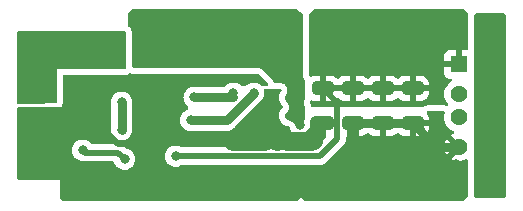
<source format=gbr>
%TF.GenerationSoftware,KiCad,Pcbnew,7.0.1*%
%TF.CreationDate,2023-04-26T12:17:49+02:00*%
%TF.ProjectId,L5988D_RPI_POWER_SUPPLY,4c353938-3844-45f5-9250-495f504f5745,rev?*%
%TF.SameCoordinates,Original*%
%TF.FileFunction,Copper,L2,Bot*%
%TF.FilePolarity,Positive*%
%FSLAX46Y46*%
G04 Gerber Fmt 4.6, Leading zero omitted, Abs format (unit mm)*
G04 Created by KiCad (PCBNEW 7.0.1) date 2023-04-26 12:17:49*
%MOMM*%
%LPD*%
G01*
G04 APERTURE LIST*
G04 Aperture macros list*
%AMRoundRect*
0 Rectangle with rounded corners*
0 $1 Rounding radius*
0 $2 $3 $4 $5 $6 $7 $8 $9 X,Y pos of 4 corners*
0 Add a 4 corners polygon primitive as box body*
4,1,4,$2,$3,$4,$5,$6,$7,$8,$9,$2,$3,0*
0 Add four circle primitives for the rounded corners*
1,1,$1+$1,$2,$3*
1,1,$1+$1,$4,$5*
1,1,$1+$1,$6,$7*
1,1,$1+$1,$8,$9*
0 Add four rect primitives between the rounded corners*
20,1,$1+$1,$2,$3,$4,$5,0*
20,1,$1+$1,$4,$5,$6,$7,0*
20,1,$1+$1,$6,$7,$8,$9,0*
20,1,$1+$1,$8,$9,$2,$3,0*%
G04 Aperture macros list end*
%TA.AperFunction,SMDPad,CuDef*%
%ADD10RoundRect,0.250000X-0.650000X0.325000X-0.650000X-0.325000X0.650000X-0.325000X0.650000X0.325000X0*%
%TD*%
%TA.AperFunction,ComponentPad*%
%ADD11C,2.300000*%
%TD*%
%TA.AperFunction,ComponentPad*%
%ADD12R,1.428000X1.428000*%
%TD*%
%TA.AperFunction,ComponentPad*%
%ADD13C,1.428000*%
%TD*%
%TA.AperFunction,ViaPad*%
%ADD14C,0.800000*%
%TD*%
%TA.AperFunction,Conductor*%
%ADD15C,0.800000*%
%TD*%
%TA.AperFunction,Conductor*%
%ADD16C,1.000000*%
%TD*%
%TA.AperFunction,Conductor*%
%ADD17C,0.500000*%
%TD*%
%TA.AperFunction,Conductor*%
%ADD18C,0.250000*%
%TD*%
%TA.AperFunction,Conductor*%
%ADD19C,1.600000*%
%TD*%
%TA.AperFunction,Conductor*%
%ADD20C,1.800000*%
%TD*%
G04 APERTURE END LIST*
D10*
%TO.P,Cout4,1*%
%TO.N,/Vout*%
X180644800Y-82648000D03*
%TO.P,Cout4,2*%
%TO.N,GNDPWR*%
X180644800Y-85598000D03*
%TD*%
%TO.P,Cout2,1*%
%TO.N,/Vout*%
X175564800Y-82648000D03*
%TO.P,Cout2,2*%
%TO.N,GNDPWR*%
X175564800Y-85598000D03*
%TD*%
D11*
%TO.P,P1,*%
%TO.N,GNDPWR*%
X187248800Y-77538000D03*
X187248800Y-90678000D03*
D12*
%TO.P,P1,1,VBUS*%
%TO.N,/Vout*%
X184538800Y-80608000D03*
D13*
%TO.P,P1,2,D-*%
%TO.N,unconnected-(P1-D--Pad2)*%
X184538800Y-83108000D03*
%TO.P,P1,3,D+*%
%TO.N,unconnected-(P1-D+-Pad3)*%
X184538800Y-85108000D03*
%TO.P,P1,4,GND*%
%TO.N,GNDPWR*%
X184538800Y-87608000D03*
%TD*%
D10*
%TO.P,Cout1,1*%
%TO.N,/Vout*%
X173024800Y-82648000D03*
%TO.P,Cout1,2*%
%TO.N,GNDPWR*%
X173024800Y-85598000D03*
%TD*%
%TO.P,Cout3,1*%
%TO.N,/Vout*%
X178104800Y-82648000D03*
%TO.P,Cout3,2*%
%TO.N,GNDPWR*%
X178104800Y-85598000D03*
%TD*%
D14*
%TO.N,/COMP*%
X156006800Y-83820000D03*
X156006800Y-86156800D03*
%TO.N,/Vbat*%
X151384000Y-79959200D03*
X155803600Y-78587600D03*
X155803600Y-79959200D03*
X153009600Y-79959200D03*
X154482800Y-78536800D03*
X153009600Y-78536800D03*
X151384000Y-78486000D03*
X154482800Y-79959200D03*
%TO.N,GNDPWR*%
X175437800Y-89916000D03*
X161036000Y-84175600D03*
X160528000Y-85191600D03*
X172770800Y-89789000D03*
X181787800Y-89027000D03*
X180517800Y-89916000D03*
X159054800Y-85725000D03*
X161086800Y-81940400D03*
X159969200Y-81991200D03*
X181787800Y-90424000D03*
X179247800Y-89027000D03*
X177977800Y-91440000D03*
X177977800Y-89916000D03*
X168833800Y-86233000D03*
X163372800Y-82042000D03*
X153525300Y-84836000D03*
X175437800Y-91440000D03*
X183057800Y-89916000D03*
X151180800Y-85750400D03*
X151180800Y-87071200D03*
X183057800Y-91440000D03*
X168833800Y-83439000D03*
X184327800Y-89027000D03*
X174040800Y-88900000D03*
X184327800Y-90424000D03*
X151180800Y-84455000D03*
X172364400Y-87426800D03*
X172770800Y-91313000D03*
X158800800Y-86868000D03*
X175437800Y-87884000D03*
X159867600Y-84124800D03*
X168833800Y-84734400D03*
X180517800Y-91440000D03*
X176707800Y-89027000D03*
X160782000Y-83007200D03*
X159715200Y-83007200D03*
X176707800Y-90424000D03*
X151180800Y-88392000D03*
X174040800Y-90297000D03*
X179247800Y-90424000D03*
X165404800Y-86995000D03*
X151180800Y-89662000D03*
%TO.N,/Vout*%
X182803800Y-79121000D03*
X172516800Y-77470000D03*
X178993800Y-78105000D03*
X177723800Y-79121000D03*
X176453800Y-76708000D03*
X175183800Y-79121000D03*
X181533800Y-78105000D03*
X173786800Y-77978000D03*
X176453800Y-78105000D03*
X182803800Y-77597000D03*
X173786800Y-76581000D03*
X180263800Y-77597000D03*
X178993800Y-76708000D03*
X184073800Y-78105000D03*
X172516800Y-78994000D03*
X177723800Y-77597000D03*
X175183800Y-77597000D03*
X180263800Y-79121000D03*
X181533800Y-76708000D03*
X160578800Y-88392000D03*
%TO.N,/FB*%
X156260800Y-88646000D03*
X152704800Y-87884000D03*
%TO.N,Net-(J2-Pin_1)*%
X165460800Y-83058000D03*
X162154801Y-83410102D03*
%TO.N,/OUT*%
X159689800Y-80518000D03*
X171119800Y-85725000D03*
X161213800Y-80518000D03*
X158165800Y-80518000D03*
X161975800Y-79756000D03*
X170230800Y-84963000D03*
X170230800Y-83439000D03*
X160451800Y-79756000D03*
X170230800Y-81915000D03*
X162737800Y-80518000D03*
X171119800Y-84201000D03*
X157403800Y-79756000D03*
X158927800Y-79756000D03*
X171119800Y-82677000D03*
X163499800Y-79756000D03*
%TO.N,Net-(U1-U{slash}O{slash}S)*%
X161848800Y-85344000D03*
X167182800Y-83058000D03*
%TD*%
D15*
%TO.N,/COMP*%
X156006800Y-83820000D02*
X156006800Y-86156800D01*
%TO.N,GNDPWR*%
X180644800Y-85598000D02*
X178104800Y-85598000D01*
X172364400Y-87426800D02*
X172618400Y-87172800D01*
D16*
X173024800Y-85598000D02*
X171627800Y-86995000D01*
D15*
X178104800Y-85598000D02*
X175564800Y-85598000D01*
D17*
X158329800Y-87339000D02*
X158800800Y-86868000D01*
D16*
X172466000Y-87299800D02*
X172466000Y-85521800D01*
D18*
X175564800Y-87757000D02*
X175437800Y-87884000D01*
D17*
X155706495Y-87339000D02*
X158329800Y-87339000D01*
D19*
X172008800Y-87071200D02*
X171955000Y-87125000D01*
X170030600Y-87125000D02*
X169976800Y-87071200D01*
D16*
X175564800Y-85598000D02*
X175564800Y-87757000D01*
D20*
X169138600Y-87045800D02*
X168376600Y-86283800D01*
X168757600Y-86233000D02*
X167995600Y-86995000D01*
D18*
X153525300Y-84836000D02*
X153525300Y-85157805D01*
D17*
X153525300Y-85157805D02*
X155706495Y-87339000D01*
D15*
X182654800Y-87608000D02*
X180644800Y-85598000D01*
X184538800Y-87608000D02*
X182654800Y-87608000D01*
D19*
X171955000Y-87125000D02*
X170030600Y-87125000D01*
D20*
X168071800Y-86995000D02*
X165404800Y-86995000D01*
D17*
%TO.N,/Vout*%
X174249800Y-83873000D02*
X173024800Y-82648000D01*
X172770800Y-88392000D02*
X174249800Y-86913000D01*
X160578800Y-88392000D02*
X172770800Y-88392000D01*
X174249800Y-86913000D02*
X174249800Y-83873000D01*
%TO.N,/FB*%
X152908000Y-88087200D02*
X155702000Y-88087200D01*
X152704800Y-87884000D02*
X152908000Y-88087200D01*
X155702000Y-88087200D02*
X156260800Y-88646000D01*
D18*
%TO.N,Net-(J2-Pin_1)*%
X165460800Y-83058000D02*
X165460800Y-83383000D01*
D15*
X165433698Y-83410102D02*
X162154801Y-83410102D01*
D18*
X165460800Y-83383000D02*
X165433698Y-83410102D01*
D15*
%TO.N,Net-(U1-U{slash}O{slash}S)*%
X167182800Y-83058000D02*
X164896800Y-85344000D01*
X164896800Y-85344000D02*
X161848800Y-85344000D01*
%TD*%
%TA.AperFunction,Conductor*%
%TO.N,GNDPWR*%
G36*
X151688800Y-90373200D02*
G01*
X147291600Y-90373200D01*
X147229600Y-90356587D01*
X147184213Y-90311200D01*
X147167600Y-90249200D01*
X147167600Y-84350400D01*
X147184213Y-84288400D01*
X147229600Y-84243013D01*
X147291600Y-84226400D01*
X150799800Y-84226400D01*
X151638000Y-84226400D01*
X151688800Y-90373200D01*
G37*
%TD.AperFunction*%
%TD*%
%TA.AperFunction,Conductor*%
%TO.N,/Vbat*%
G36*
X156300400Y-77791413D02*
G01*
X156345787Y-77836800D01*
X156362400Y-77898800D01*
X156362400Y-80902000D01*
X156345787Y-80964000D01*
X156300400Y-81009387D01*
X156238400Y-81026000D01*
X150520400Y-81026000D01*
X150520400Y-83799464D01*
X150504099Y-83860921D01*
X150459481Y-83906219D01*
X150398279Y-83923450D01*
X148682468Y-83949447D01*
X147293478Y-83970492D01*
X147230688Y-83954515D01*
X147184527Y-83909049D01*
X147167600Y-83846507D01*
X147167600Y-77898800D01*
X147184213Y-77836800D01*
X147229600Y-77791413D01*
X147291600Y-77774800D01*
X156238400Y-77774800D01*
X156300400Y-77791413D01*
G37*
%TD.AperFunction*%
%TD*%
%TA.AperFunction,Conductor*%
%TO.N,GNDPWR*%
G36*
X188456800Y-76318213D02*
G01*
X188502187Y-76363600D01*
X188518800Y-76425600D01*
X188518800Y-91773200D01*
X188502187Y-91835200D01*
X188456800Y-91880587D01*
X188394800Y-91897200D01*
X186001200Y-91897200D01*
X185939200Y-91880587D01*
X185893813Y-91835200D01*
X185877200Y-91773200D01*
X185877200Y-76425600D01*
X185893813Y-76363600D01*
X185939200Y-76318213D01*
X186001200Y-76301600D01*
X188394800Y-76301600D01*
X188456800Y-76318213D01*
G37*
%TD.AperFunction*%
%TD*%
%TA.AperFunction,Conductor*%
%TO.N,GNDPWR*%
G36*
X169481792Y-82689932D02*
G01*
X169525427Y-82726030D01*
X169548461Y-82777765D01*
X169546089Y-82834347D01*
X169518806Y-82883973D01*
X169498266Y-82906784D01*
X169403620Y-83070715D01*
X169345126Y-83250742D01*
X169334706Y-83349888D01*
X169325340Y-83439000D01*
X169327263Y-83457294D01*
X169345126Y-83627257D01*
X169403620Y-83807284D01*
X169498266Y-83971216D01*
X169630457Y-84118028D01*
X169658624Y-84171002D01*
X169658624Y-84230998D01*
X169630457Y-84283972D01*
X169498266Y-84430783D01*
X169403620Y-84594715D01*
X169345126Y-84774742D01*
X169325340Y-84963000D01*
X169345126Y-85151257D01*
X169403620Y-85331284D01*
X169498266Y-85495216D01*
X169624929Y-85635889D01*
X169778069Y-85747151D01*
X169950997Y-85824144D01*
X170148902Y-85866210D01*
X170148543Y-85867894D01*
X170178303Y-85874220D01*
X170220018Y-85904528D01*
X170245799Y-85949182D01*
X170292620Y-86093284D01*
X170387266Y-86257216D01*
X170513929Y-86397889D01*
X170667069Y-86509151D01*
X170839997Y-86586144D01*
X171025152Y-86625500D01*
X171025154Y-86625500D01*
X171196000Y-86625500D01*
X171196000Y-87641500D01*
X161118137Y-87641500D01*
X161079818Y-87635431D01*
X161045250Y-87617817D01*
X161031528Y-87607847D01*
X160858602Y-87530855D01*
X160673448Y-87491500D01*
X160673446Y-87491500D01*
X160484154Y-87491500D01*
X160484152Y-87491500D01*
X160298997Y-87530855D01*
X160126069Y-87607848D01*
X159972929Y-87719110D01*
X159846266Y-87859783D01*
X159751620Y-88023715D01*
X159693126Y-88203742D01*
X159673340Y-88391999D01*
X159693126Y-88580257D01*
X159751620Y-88760284D01*
X159846266Y-88924216D01*
X159972929Y-89064889D01*
X160126069Y-89176151D01*
X160298997Y-89253144D01*
X160484152Y-89292500D01*
X160484154Y-89292500D01*
X160673446Y-89292500D01*
X160673448Y-89292500D01*
X160796884Y-89266262D01*
X160858603Y-89253144D01*
X161031530Y-89176151D01*
X161045249Y-89166183D01*
X161079818Y-89148569D01*
X161118137Y-89142500D01*
X171196000Y-89142500D01*
X171196000Y-91795600D01*
X171231559Y-91836239D01*
X171231559Y-91836240D01*
X170902119Y-92165681D01*
X170861891Y-92192561D01*
X170814438Y-92202000D01*
X151105162Y-92202000D01*
X151057709Y-92192561D01*
X151017481Y-92165681D01*
X150836119Y-91984319D01*
X150809239Y-91944091D01*
X150799800Y-91896638D01*
X150799800Y-90373200D01*
X151688800Y-90373200D01*
X151668228Y-87884000D01*
X151799340Y-87884000D01*
X151819126Y-88072257D01*
X151877620Y-88252284D01*
X151972266Y-88416216D01*
X152098929Y-88556889D01*
X152252069Y-88668151D01*
X152424997Y-88745144D01*
X152610154Y-88784500D01*
X152610155Y-88784500D01*
X152618896Y-88786358D01*
X152648765Y-88796837D01*
X152649567Y-88797240D01*
X152649570Y-88797240D01*
X152650704Y-88797810D01*
X152669085Y-88804198D01*
X152670321Y-88804453D01*
X152670327Y-88804456D01*
X152743862Y-88819639D01*
X152747209Y-88820381D01*
X152820279Y-88837700D01*
X152820281Y-88837700D01*
X152821505Y-88837990D01*
X152840876Y-88839969D01*
X152842140Y-88839932D01*
X152842144Y-88839933D01*
X152917110Y-88837752D01*
X152920716Y-88837700D01*
X155286154Y-88837700D01*
X155336589Y-88848420D01*
X155378304Y-88878728D01*
X155404085Y-88923382D01*
X155433620Y-89014284D01*
X155528266Y-89178216D01*
X155654929Y-89318889D01*
X155808069Y-89430151D01*
X155980997Y-89507144D01*
X156166152Y-89546500D01*
X156166154Y-89546500D01*
X156355446Y-89546500D01*
X156355448Y-89546500D01*
X156478884Y-89520262D01*
X156540603Y-89507144D01*
X156713530Y-89430151D01*
X156866671Y-89318888D01*
X156993333Y-89178216D01*
X157087979Y-89014284D01*
X157146474Y-88834256D01*
X157166260Y-88646000D01*
X157146474Y-88457744D01*
X157087979Y-88277716D01*
X157087979Y-88277715D01*
X156993333Y-88113783D01*
X156866670Y-87973110D01*
X156713530Y-87861848D01*
X156540602Y-87784855D01*
X156475470Y-87771011D01*
X156442083Y-87758694D01*
X156413570Y-87737402D01*
X156277725Y-87601557D01*
X156265946Y-87587926D01*
X156251610Y-87568670D01*
X156213667Y-87536831D01*
X156205691Y-87529523D01*
X156201782Y-87525614D01*
X156201777Y-87525609D01*
X156177423Y-87506352D01*
X156174647Y-87504090D01*
X156116251Y-87455090D01*
X156099821Y-87444622D01*
X156030691Y-87412386D01*
X156027447Y-87410815D01*
X155959306Y-87376594D01*
X155940903Y-87370197D01*
X155866211Y-87354774D01*
X155862692Y-87353994D01*
X155788490Y-87336408D01*
X155769121Y-87334429D01*
X155692869Y-87336648D01*
X155689263Y-87336700D01*
X153478959Y-87336700D01*
X153428523Y-87325980D01*
X153386809Y-87295672D01*
X153310670Y-87211110D01*
X153157530Y-87099848D01*
X152984602Y-87022855D01*
X152799448Y-86983500D01*
X152799446Y-86983500D01*
X152610154Y-86983500D01*
X152610152Y-86983500D01*
X152424997Y-87022855D01*
X152252069Y-87099848D01*
X152098929Y-87211110D01*
X151972266Y-87351783D01*
X151877620Y-87515715D01*
X151819126Y-87695742D01*
X151799340Y-87884000D01*
X151668228Y-87884000D01*
X151638420Y-84277200D01*
X155106300Y-84277200D01*
X155106300Y-86103108D01*
X155105621Y-86116069D01*
X155101340Y-86156800D01*
X155106300Y-86203992D01*
X155121126Y-86345057D01*
X155179620Y-86525084D01*
X155274266Y-86689016D01*
X155400929Y-86829689D01*
X155554069Y-86940951D01*
X155726997Y-87017944D01*
X155912152Y-87057300D01*
X155912154Y-87057300D01*
X156101446Y-87057300D01*
X156101448Y-87057300D01*
X156224884Y-87031062D01*
X156286603Y-87017944D01*
X156459530Y-86940951D01*
X156612671Y-86829688D01*
X156739333Y-86689016D01*
X156833979Y-86525084D01*
X156892474Y-86345056D01*
X156901582Y-86258400D01*
X162483800Y-86258400D01*
X162494933Y-86258400D01*
X162501609Y-86253939D01*
X162549062Y-86244500D01*
X164816174Y-86244500D01*
X164835571Y-86246026D01*
X164849412Y-86248219D01*
X164917136Y-86244670D01*
X164923626Y-86244500D01*
X164943996Y-86244500D01*
X164964248Y-86242371D01*
X164970706Y-86241862D01*
X165038446Y-86238313D01*
X165051993Y-86234682D01*
X165071109Y-86231139D01*
X165085056Y-86229674D01*
X165149586Y-86208706D01*
X165155751Y-86206880D01*
X165221288Y-86189320D01*
X165233774Y-86182956D01*
X165251753Y-86175509D01*
X165265084Y-86171179D01*
X165323851Y-86137248D01*
X165329477Y-86134193D01*
X165389949Y-86103383D01*
X165400842Y-86094560D01*
X165416874Y-86083542D01*
X165429016Y-86076533D01*
X165479439Y-86031131D01*
X165484321Y-86026961D01*
X165500180Y-86014119D01*
X165514601Y-85999696D01*
X165519272Y-85995264D01*
X165569688Y-85949871D01*
X165577929Y-85938526D01*
X165590560Y-85923737D01*
X167762537Y-83751760D01*
X167777326Y-83739129D01*
X167788671Y-83730888D01*
X167834064Y-83680472D01*
X167838496Y-83675801D01*
X167852919Y-83661380D01*
X167865761Y-83645521D01*
X167869935Y-83640635D01*
X167915333Y-83590216D01*
X167922342Y-83578074D01*
X167933360Y-83562042D01*
X167942183Y-83551149D01*
X167972993Y-83490677D01*
X167976048Y-83485051D01*
X168009979Y-83426284D01*
X168014309Y-83412956D01*
X168021760Y-83394968D01*
X168028120Y-83382488D01*
X168045682Y-83316937D01*
X168047503Y-83310794D01*
X168068474Y-83246256D01*
X168069939Y-83232305D01*
X168073483Y-83213186D01*
X168077112Y-83199646D01*
X168080662Y-83131901D01*
X168081165Y-83125497D01*
X168088260Y-83058000D01*
X168086795Y-83044064D01*
X168086285Y-83024607D01*
X168087019Y-83010612D01*
X168076408Y-82943621D01*
X168075566Y-82937230D01*
X168068474Y-82869744D01*
X168064140Y-82856405D01*
X168059598Y-82837482D01*
X168056892Y-82820391D01*
X168060023Y-82767337D01*
X168085078Y-82720466D01*
X168127454Y-82688390D01*
X168179366Y-82677000D01*
X169426657Y-82677000D01*
X169481792Y-82689932D01*
G37*
%TD.AperFunction*%
%TD*%
%TA.AperFunction,Conductor*%
%TO.N,/OUT*%
G36*
X170863247Y-75953175D02*
G01*
X170900005Y-75973871D01*
X171330627Y-76324748D01*
X171364301Y-76367663D01*
X171376300Y-76420877D01*
X171376300Y-81524542D01*
X171390351Y-81642896D01*
X171401456Y-81689007D01*
X171401460Y-81689023D01*
X171403952Y-81699369D01*
X171445331Y-81811151D01*
X171511729Y-81910130D01*
X171521714Y-81921769D01*
X171543889Y-81959461D01*
X171551600Y-82002507D01*
X171551600Y-83394103D01*
X171535656Y-83454928D01*
X171530631Y-83463856D01*
X171502655Y-83513552D01*
X171451798Y-83642794D01*
X171438033Y-83781003D01*
X171440461Y-83843933D01*
X171440635Y-83848442D01*
X171465000Y-83985170D01*
X171490219Y-84062785D01*
X171504267Y-84106021D01*
X171509657Y-84131376D01*
X171510857Y-84142796D01*
X171538575Y-84262857D01*
X171544121Y-84278092D01*
X171551600Y-84320505D01*
X171551600Y-85090071D01*
X171541551Y-85138971D01*
X171512727Y-85206139D01*
X171506460Y-85220742D01*
X171473781Y-85379765D01*
X171465500Y-85420061D01*
X171465500Y-85691018D01*
X171456061Y-85738471D01*
X171429181Y-85778699D01*
X171419699Y-85788181D01*
X171379471Y-85815061D01*
X171332018Y-85824500D01*
X170821120Y-85824500D01*
X170774668Y-85815471D01*
X170734982Y-85789698D01*
X170707842Y-85750936D01*
X170683575Y-85696432D01*
X170657794Y-85651778D01*
X170657793Y-85651777D01*
X170657791Y-85651773D01*
X170595679Y-85566283D01*
X170517147Y-85495573D01*
X170517148Y-85495573D01*
X170517145Y-85495571D01*
X170475430Y-85465263D01*
X170383912Y-85412424D01*
X170283407Y-85379767D01*
X170283404Y-85379766D01*
X170283400Y-85379765D01*
X170274378Y-85377847D01*
X170258784Y-85373449D01*
X170254005Y-85371756D01*
X170120811Y-85343445D01*
X170096158Y-85335435D01*
X170095438Y-85335114D01*
X170044113Y-85312263D01*
X170021668Y-85299304D01*
X169975579Y-85265818D01*
X169956315Y-85248473D01*
X169918197Y-85206139D01*
X169902960Y-85185166D01*
X169874476Y-85135830D01*
X169863933Y-85112153D01*
X169846329Y-85057972D01*
X169840940Y-85032617D01*
X169834986Y-84975958D01*
X169834986Y-84950040D01*
X169837424Y-84926837D01*
X169840941Y-84893375D01*
X169846328Y-84868027D01*
X169863934Y-84813841D01*
X169874474Y-84790170D01*
X169902962Y-84740827D01*
X169918192Y-84719865D01*
X170006114Y-84622220D01*
X170076786Y-84521291D01*
X170104953Y-84468317D01*
X170149108Y-84353290D01*
X170164124Y-84230998D01*
X170164124Y-84171002D01*
X170149108Y-84048710D01*
X170104953Y-83933683D01*
X170092775Y-83910781D01*
X170076786Y-83880708D01*
X170006116Y-83779781D01*
X169965878Y-83735093D01*
X169918191Y-83682131D01*
X169902962Y-83661170D01*
X169874474Y-83611827D01*
X169863935Y-83588154D01*
X169846331Y-83533978D01*
X169840940Y-83508617D01*
X169834986Y-83451958D01*
X169834986Y-83426040D01*
X169838342Y-83394103D01*
X169840941Y-83369372D01*
X169846328Y-83344029D01*
X169863935Y-83289839D01*
X169874470Y-83266176D01*
X169920255Y-83186873D01*
X169926553Y-83177063D01*
X169961776Y-83127505D01*
X169989059Y-83077879D01*
X170032966Y-82970291D01*
X170051145Y-82855520D01*
X170053517Y-82798938D01*
X170045008Y-82683046D01*
X170010258Y-82572159D01*
X170006092Y-82562803D01*
X169987223Y-82520421D01*
X169928073Y-82420405D01*
X169885365Y-82375870D01*
X169847645Y-82336536D01*
X169804010Y-82300438D01*
X169706556Y-82237150D01*
X169706554Y-82237149D01*
X169597226Y-82197788D01*
X169578846Y-82193477D01*
X169542090Y-82184856D01*
X169465134Y-82175952D01*
X169426658Y-82171500D01*
X169426657Y-82171500D01*
X168989405Y-82171500D01*
X168922552Y-82151935D01*
X168876796Y-82099414D01*
X168829380Y-81996564D01*
X168829377Y-81996557D01*
X168799127Y-81947194D01*
X168725561Y-81853877D01*
X168725559Y-81853874D01*
X167957564Y-81085879D01*
X167912322Y-81048750D01*
X167880963Y-81023014D01*
X167840735Y-80996134D01*
X167827767Y-80989202D01*
X167753337Y-80949417D01*
X167658510Y-80920651D01*
X167611059Y-80911213D01*
X167512438Y-80901500D01*
X162899582Y-80901500D01*
X162846728Y-80904270D01*
X162820959Y-80906979D01*
X162796894Y-80910790D01*
X162792586Y-80911473D01*
X162773190Y-80913000D01*
X162702409Y-80913000D01*
X162683012Y-80911473D01*
X162654644Y-80906980D01*
X162654638Y-80906979D01*
X162628871Y-80904270D01*
X162576018Y-80901500D01*
X161375582Y-80901500D01*
X161322728Y-80904270D01*
X161296959Y-80906979D01*
X161272894Y-80910790D01*
X161268586Y-80911473D01*
X161249190Y-80913000D01*
X161178409Y-80913000D01*
X161159012Y-80911473D01*
X161130644Y-80906980D01*
X161130638Y-80906979D01*
X161104871Y-80904270D01*
X161052018Y-80901500D01*
X159851582Y-80901500D01*
X159798728Y-80904270D01*
X159772959Y-80906979D01*
X159748894Y-80910790D01*
X159744586Y-80911473D01*
X159725190Y-80913000D01*
X159654409Y-80913000D01*
X159635012Y-80911473D01*
X159606644Y-80906980D01*
X159606638Y-80906979D01*
X159580871Y-80904270D01*
X159528018Y-80901500D01*
X158327582Y-80901500D01*
X158274728Y-80904270D01*
X158248959Y-80906979D01*
X158224894Y-80910790D01*
X158220586Y-80911473D01*
X158201190Y-80913000D01*
X158130409Y-80913000D01*
X158111012Y-80911473D01*
X158082644Y-80906980D01*
X158082638Y-80906979D01*
X158056871Y-80904270D01*
X158004018Y-80901500D01*
X157037325Y-80901500D01*
X156996235Y-80894494D01*
X156978370Y-80888219D01*
X156950809Y-80878539D01*
X156907488Y-80852379D01*
X156878227Y-80811089D01*
X156867900Y-80761546D01*
X156867900Y-77898799D01*
X156850675Y-77767969D01*
X156850675Y-77767966D01*
X156834062Y-77705966D01*
X156783563Y-77584050D01*
X156703229Y-77479357D01*
X156657847Y-77433975D01*
X156657842Y-77433971D01*
X156563311Y-77361434D01*
X156527588Y-77317904D01*
X156514800Y-77263060D01*
X156514800Y-76378362D01*
X156524239Y-76330909D01*
X156551119Y-76290681D01*
X156859481Y-75982319D01*
X156899709Y-75955439D01*
X156947162Y-75946000D01*
X170821678Y-75946000D01*
X170863247Y-75953175D01*
G37*
%TD.AperFunction*%
%TD*%
%TA.AperFunction,Conductor*%
%TO.N,GNDPWR*%
G36*
X156792809Y-81353444D02*
G01*
X156895800Y-81407000D01*
X158004018Y-81407000D01*
X158029799Y-81409710D01*
X158071153Y-81418500D01*
X158071154Y-81418500D01*
X158260446Y-81418500D01*
X158260447Y-81418500D01*
X158301801Y-81409710D01*
X158327582Y-81407000D01*
X159528018Y-81407000D01*
X159553799Y-81409710D01*
X159595153Y-81418500D01*
X159595154Y-81418500D01*
X159784446Y-81418500D01*
X159784447Y-81418500D01*
X159825801Y-81409710D01*
X159851582Y-81407000D01*
X161052018Y-81407000D01*
X161077799Y-81409710D01*
X161119153Y-81418500D01*
X161119154Y-81418500D01*
X161308446Y-81418500D01*
X161308447Y-81418500D01*
X161349801Y-81409710D01*
X161375582Y-81407000D01*
X162576018Y-81407000D01*
X162601799Y-81409710D01*
X162643153Y-81418500D01*
X162643154Y-81418500D01*
X162832446Y-81418500D01*
X162832447Y-81418500D01*
X162873801Y-81409710D01*
X162899582Y-81407000D01*
X167512438Y-81407000D01*
X167559891Y-81416439D01*
X167600119Y-81443319D01*
X168368119Y-82211319D01*
X168398369Y-82260682D01*
X168402911Y-82318398D01*
X168380756Y-82371885D01*
X168336733Y-82409485D01*
X168280438Y-82423000D01*
X167877994Y-82423000D01*
X167827558Y-82412280D01*
X167799733Y-82392063D01*
X167799217Y-82392774D01*
X167788668Y-82385110D01*
X167777328Y-82376871D01*
X167762538Y-82364239D01*
X167752625Y-82354326D01*
X167752622Y-82354324D01*
X167752621Y-82354323D01*
X167695736Y-82317381D01*
X167690386Y-82313704D01*
X167635529Y-82273847D01*
X167622727Y-82268148D01*
X167605630Y-82258866D01*
X167593870Y-82251229D01*
X167530547Y-82226922D01*
X167524569Y-82224445D01*
X167462603Y-82196856D01*
X167462601Y-82196855D01*
X167448876Y-82193937D01*
X167430231Y-82188414D01*
X167417150Y-82183393D01*
X167417147Y-82183392D01*
X167417146Y-82183392D01*
X167350173Y-82172784D01*
X167343792Y-82171602D01*
X167327396Y-82168117D01*
X167277446Y-82157500D01*
X167277444Y-82157500D01*
X167263426Y-82157500D01*
X167244028Y-82155973D01*
X167230188Y-82153781D01*
X167162470Y-82157330D01*
X167155980Y-82157500D01*
X167088152Y-82157500D01*
X167074433Y-82160415D01*
X167055160Y-82162952D01*
X167041156Y-82163687D01*
X166975651Y-82181238D01*
X166969342Y-82182753D01*
X166902995Y-82196855D01*
X166890187Y-82202558D01*
X166871858Y-82209049D01*
X166858311Y-82212679D01*
X166797881Y-82243470D01*
X166792025Y-82246264D01*
X166730067Y-82273850D01*
X166718730Y-82282087D01*
X166702149Y-82292248D01*
X166689653Y-82298615D01*
X166636945Y-82341297D01*
X166631796Y-82345247D01*
X166566386Y-82392771D01*
X166565870Y-82392060D01*
X166538042Y-82412280D01*
X166487606Y-82423000D01*
X166155994Y-82423000D01*
X166105558Y-82412280D01*
X166077730Y-82392061D01*
X166077215Y-82392772D01*
X165913530Y-82273848D01*
X165740602Y-82196855D01*
X165555448Y-82157500D01*
X165555446Y-82157500D01*
X165366154Y-82157500D01*
X165366152Y-82157500D01*
X165180997Y-82196855D01*
X165008069Y-82273848D01*
X164854929Y-82385110D01*
X164779779Y-82468574D01*
X164738064Y-82498882D01*
X164687629Y-82509602D01*
X162060152Y-82509602D01*
X162020093Y-82518115D01*
X162007284Y-82520144D01*
X161966545Y-82524427D01*
X161927595Y-82537083D01*
X161915059Y-82540442D01*
X161874999Y-82548956D01*
X161837581Y-82565616D01*
X161825469Y-82570265D01*
X161786516Y-82582922D01*
X161751042Y-82603403D01*
X161739482Y-82609293D01*
X161702071Y-82625950D01*
X161668938Y-82650021D01*
X161658061Y-82657085D01*
X161622583Y-82677569D01*
X161592148Y-82704973D01*
X161582065Y-82713138D01*
X161548929Y-82737213D01*
X161521523Y-82767650D01*
X161512349Y-82776824D01*
X161481912Y-82804230D01*
X161457837Y-82837366D01*
X161449672Y-82847449D01*
X161422268Y-82877884D01*
X161401784Y-82913362D01*
X161394720Y-82924239D01*
X161370649Y-82957372D01*
X161353992Y-82994783D01*
X161348102Y-83006343D01*
X161327621Y-83041817D01*
X161314964Y-83080770D01*
X161310315Y-83092882D01*
X161293655Y-83130300D01*
X161285141Y-83170360D01*
X161281782Y-83182896D01*
X161269126Y-83221846D01*
X161264843Y-83262585D01*
X161262814Y-83275394D01*
X161254301Y-83315453D01*
X161254301Y-83356410D01*
X161253622Y-83369371D01*
X161249341Y-83410102D01*
X161253622Y-83450833D01*
X161254301Y-83463794D01*
X161254301Y-83504747D01*
X161262815Y-83544806D01*
X161264844Y-83557621D01*
X161269126Y-83598357D01*
X161281783Y-83637311D01*
X161285143Y-83649848D01*
X161293657Y-83689907D01*
X161310313Y-83727315D01*
X161314965Y-83739433D01*
X161327622Y-83778386D01*
X161348101Y-83813857D01*
X161353988Y-83825410D01*
X161363382Y-83846507D01*
X161370651Y-83862834D01*
X161394719Y-83895962D01*
X161401785Y-83906842D01*
X161422267Y-83942317D01*
X161449678Y-83972759D01*
X161457842Y-83982841D01*
X161481913Y-84015973D01*
X161512347Y-84043376D01*
X161521521Y-84052549D01*
X161557651Y-84092675D01*
X161556271Y-84093916D01*
X161581285Y-84123204D01*
X161594800Y-84179498D01*
X161594800Y-84389596D01*
X161584080Y-84440031D01*
X161553773Y-84481746D01*
X161509119Y-84507527D01*
X161480513Y-84516821D01*
X161445041Y-84537301D01*
X161433481Y-84543191D01*
X161396070Y-84559848D01*
X161362937Y-84583919D01*
X161352060Y-84590983D01*
X161316582Y-84611467D01*
X161286147Y-84638871D01*
X161276064Y-84647036D01*
X161242928Y-84671111D01*
X161215522Y-84701548D01*
X161206348Y-84710722D01*
X161175911Y-84738128D01*
X161151836Y-84771264D01*
X161143671Y-84781347D01*
X161116267Y-84811782D01*
X161095783Y-84847260D01*
X161088719Y-84858137D01*
X161064648Y-84891270D01*
X161047991Y-84928681D01*
X161042101Y-84940241D01*
X161021620Y-84975715D01*
X161008963Y-85014668D01*
X161004314Y-85026780D01*
X160987654Y-85064198D01*
X160979140Y-85104258D01*
X160975781Y-85116794D01*
X160963125Y-85155744D01*
X160958842Y-85196483D01*
X160956813Y-85209292D01*
X160948300Y-85249351D01*
X160948300Y-85290308D01*
X160947621Y-85303269D01*
X160943340Y-85343999D01*
X160947621Y-85384731D01*
X160948300Y-85397692D01*
X160948300Y-85438645D01*
X160956814Y-85478704D01*
X160958843Y-85491519D01*
X160963125Y-85532255D01*
X160975782Y-85571209D01*
X160979142Y-85583746D01*
X160987656Y-85623805D01*
X161004312Y-85661213D01*
X161008964Y-85673331D01*
X161021621Y-85712284D01*
X161042100Y-85747755D01*
X161047987Y-85759308D01*
X161064649Y-85796730D01*
X161064650Y-85796732D01*
X161088718Y-85829860D01*
X161095784Y-85840740D01*
X161116266Y-85876215D01*
X161143677Y-85906657D01*
X161151841Y-85916739D01*
X161175912Y-85949871D01*
X161206346Y-85977274D01*
X161215515Y-85986442D01*
X161240436Y-86014119D01*
X161242930Y-86016889D01*
X161276058Y-86040957D01*
X161286147Y-86049127D01*
X161316581Y-86076531D01*
X161316583Y-86076532D01*
X161316584Y-86076533D01*
X161352066Y-86097019D01*
X161362936Y-86104078D01*
X161396070Y-86128151D01*
X161433483Y-86144808D01*
X161445039Y-86150696D01*
X161480516Y-86171179D01*
X161519466Y-86183834D01*
X161531578Y-86188483D01*
X161568997Y-86205144D01*
X161609067Y-86213660D01*
X161621582Y-86217014D01*
X161660544Y-86229674D01*
X161701285Y-86233955D01*
X161714094Y-86235985D01*
X161754154Y-86244500D01*
X161801608Y-86244500D01*
X161943446Y-86244500D01*
X162037538Y-86244500D01*
X162084991Y-86253939D01*
X162091667Y-86258400D01*
X156901582Y-86258400D01*
X156907300Y-86203992D01*
X156912260Y-86156800D01*
X156907978Y-86116067D01*
X156907300Y-86103108D01*
X156907300Y-83873692D01*
X156907979Y-83860731D01*
X156909474Y-83846507D01*
X156912260Y-83820000D01*
X156892474Y-83631744D01*
X156845712Y-83487827D01*
X156833979Y-83451715D01*
X156739333Y-83287783D01*
X156612670Y-83147110D01*
X156459530Y-83035848D01*
X156286602Y-82958855D01*
X156101448Y-82919500D01*
X156101446Y-82919500D01*
X155912154Y-82919500D01*
X155912152Y-82919500D01*
X155726997Y-82958855D01*
X155554069Y-83035848D01*
X155400929Y-83147110D01*
X155274266Y-83287783D01*
X155179620Y-83451715D01*
X155121126Y-83631742D01*
X155101340Y-83820000D01*
X155105621Y-83860731D01*
X155106300Y-83873692D01*
X155106300Y-84277200D01*
X151638420Y-84277200D01*
X151638000Y-84226400D01*
X150853645Y-84226400D01*
X150864234Y-84215650D01*
X150934249Y-84123204D01*
X150943143Y-84111461D01*
X150950841Y-84092675D01*
X150992704Y-83990520D01*
X151009005Y-83929063D01*
X151025900Y-83799464D01*
X151025900Y-81655500D01*
X151042513Y-81593500D01*
X151087900Y-81548113D01*
X151149900Y-81531500D01*
X156238401Y-81531500D01*
X156264566Y-81528055D01*
X156369234Y-81514275D01*
X156431234Y-81497662D01*
X156553150Y-81447163D01*
X156657842Y-81366829D01*
X156657841Y-81366829D01*
X156660115Y-81365085D01*
X156724767Y-81339934D01*
X156792809Y-81353444D01*
G37*
%TD.AperFunction*%
%TD*%
%TA.AperFunction,Conductor*%
%TO.N,/Vout*%
G36*
X184958891Y-75955439D02*
G01*
X184999119Y-75982319D01*
X185307481Y-76290681D01*
X185334361Y-76330909D01*
X185343800Y-76378362D01*
X185343800Y-79270000D01*
X185327187Y-79332000D01*
X185281800Y-79377387D01*
X185219800Y-79394000D01*
X184788800Y-79394000D01*
X184788800Y-80734000D01*
X184772187Y-80796000D01*
X184726800Y-80841387D01*
X184664800Y-80858000D01*
X183324800Y-80858000D01*
X183324800Y-81369824D01*
X183331202Y-81429375D01*
X183381447Y-81564089D01*
X183467611Y-81679188D01*
X183582710Y-81765352D01*
X183717424Y-81815597D01*
X183776976Y-81822000D01*
X183864706Y-81822000D01*
X183924822Y-81837547D01*
X183969864Y-81880290D01*
X183988536Y-81939510D01*
X183976156Y-82000358D01*
X183935829Y-82047575D01*
X183755152Y-82174085D01*
X183604885Y-82324352D01*
X183482995Y-82498430D01*
X183393184Y-82691028D01*
X183338181Y-82896301D01*
X183319660Y-83107999D01*
X183338181Y-83319698D01*
X183393184Y-83524971D01*
X183441586Y-83628768D01*
X183482995Y-83717570D01*
X183604885Y-83891647D01*
X183604888Y-83891650D01*
X183639944Y-83926706D01*
X183672547Y-83984257D01*
X183670924Y-84050382D01*
X183635537Y-84106264D01*
X183576455Y-84136004D01*
X183510490Y-84131139D01*
X183445819Y-84108000D01*
X183430431Y-84102494D01*
X183430427Y-84102493D01*
X183375586Y-84089705D01*
X183260802Y-84076500D01*
X183260798Y-84076500D01*
X181963824Y-84076500D01*
X181963820Y-84076500D01*
X181845823Y-84090466D01*
X181789524Y-84103981D01*
X181678033Y-84145112D01*
X181625671Y-84180101D01*
X181592775Y-84195660D01*
X181556779Y-84201000D01*
X172136910Y-84201000D01*
X172078695Y-84186485D01*
X172034109Y-84146340D01*
X172013589Y-84089963D01*
X172005474Y-84012744D01*
X171946979Y-83832716D01*
X171945759Y-83828961D01*
X171943158Y-83761520D01*
X171976265Y-83702707D01*
X172035270Y-83669944D01*
X172102695Y-83672937D01*
X172222105Y-83712506D01*
X172324821Y-83723000D01*
X172774800Y-83723000D01*
X172774800Y-82898000D01*
X173274800Y-82898000D01*
X173274800Y-83722999D01*
X173724779Y-83722999D01*
X173827495Y-83712506D01*
X173993922Y-83657357D01*
X174143142Y-83565318D01*
X174207118Y-83501342D01*
X174262706Y-83469248D01*
X174326894Y-83469248D01*
X174382482Y-83501342D01*
X174446457Y-83565318D01*
X174595677Y-83657357D01*
X174762103Y-83712506D01*
X174864821Y-83723000D01*
X175314800Y-83723000D01*
X175314800Y-82898000D01*
X175814800Y-82898000D01*
X175814800Y-83722999D01*
X176264779Y-83722999D01*
X176367495Y-83712506D01*
X176533922Y-83657357D01*
X176683142Y-83565318D01*
X176747118Y-83501342D01*
X176802706Y-83469248D01*
X176866894Y-83469248D01*
X176922482Y-83501342D01*
X176986457Y-83565318D01*
X177135677Y-83657357D01*
X177302103Y-83712506D01*
X177404821Y-83723000D01*
X177854800Y-83723000D01*
X177854800Y-82898000D01*
X178354800Y-82898000D01*
X178354800Y-83722999D01*
X178804779Y-83722999D01*
X178907495Y-83712506D01*
X179073922Y-83657357D01*
X179223142Y-83565318D01*
X179287118Y-83501342D01*
X179342706Y-83469248D01*
X179406894Y-83469248D01*
X179462482Y-83501342D01*
X179526457Y-83565318D01*
X179675677Y-83657357D01*
X179842103Y-83712506D01*
X179944821Y-83723000D01*
X180394800Y-83723000D01*
X180394800Y-82898000D01*
X180894800Y-82898000D01*
X180894800Y-83722999D01*
X181344779Y-83722999D01*
X181447495Y-83712506D01*
X181613922Y-83657357D01*
X181763145Y-83565316D01*
X181887116Y-83441345D01*
X181979157Y-83292122D01*
X182034306Y-83125696D01*
X182044800Y-83022979D01*
X182044800Y-82898000D01*
X180894800Y-82898000D01*
X180394800Y-82898000D01*
X178354800Y-82898000D01*
X177854800Y-82898000D01*
X175814800Y-82898000D01*
X175314800Y-82898000D01*
X173274800Y-82898000D01*
X172774800Y-82898000D01*
X172774800Y-81573001D01*
X172324821Y-81573001D01*
X172222104Y-81583493D01*
X172044804Y-81642246D01*
X171986937Y-81647097D01*
X171933207Y-81625070D01*
X171895397Y-81580996D01*
X171893471Y-81573000D01*
X173274800Y-81573000D01*
X173274800Y-82398000D01*
X175314800Y-82398000D01*
X175314800Y-81573001D01*
X174864821Y-81573001D01*
X174762104Y-81583493D01*
X174595677Y-81638642D01*
X174446454Y-81730683D01*
X174382481Y-81794657D01*
X174326894Y-81826751D01*
X174262706Y-81826751D01*
X174207119Y-81794657D01*
X174143145Y-81730683D01*
X173993922Y-81638642D01*
X173827496Y-81583493D01*
X173724779Y-81573000D01*
X175814800Y-81573000D01*
X175814800Y-82398000D01*
X177854800Y-82398000D01*
X177854800Y-81573001D01*
X177404821Y-81573001D01*
X177302104Y-81583493D01*
X177135677Y-81638642D01*
X176986454Y-81730683D01*
X176922481Y-81794657D01*
X176866894Y-81826751D01*
X176802706Y-81826751D01*
X176747119Y-81794657D01*
X176683145Y-81730683D01*
X176533922Y-81638642D01*
X176367496Y-81583493D01*
X176264779Y-81573000D01*
X178354800Y-81573000D01*
X178354800Y-82398000D01*
X180394800Y-82398000D01*
X180394800Y-81573001D01*
X179944821Y-81573001D01*
X179842104Y-81583493D01*
X179675677Y-81638642D01*
X179526454Y-81730683D01*
X179462481Y-81794657D01*
X179406894Y-81826751D01*
X179342706Y-81826751D01*
X179287119Y-81794657D01*
X179223145Y-81730683D01*
X179073922Y-81638642D01*
X178907496Y-81583493D01*
X178804779Y-81573000D01*
X180894800Y-81573000D01*
X180894800Y-82398000D01*
X182044799Y-82398000D01*
X182044799Y-82273021D01*
X182034306Y-82170304D01*
X181979157Y-82003877D01*
X181887116Y-81854654D01*
X181763145Y-81730683D01*
X181613922Y-81638642D01*
X181447496Y-81583493D01*
X181344779Y-81573000D01*
X180894800Y-81573000D01*
X178804779Y-81573000D01*
X178354800Y-81573000D01*
X176264779Y-81573000D01*
X175814800Y-81573000D01*
X173724779Y-81573000D01*
X173274800Y-81573000D01*
X171893471Y-81573000D01*
X171881800Y-81524540D01*
X171881800Y-80358000D01*
X183324800Y-80358000D01*
X184288800Y-80358000D01*
X184288800Y-79394000D01*
X183776976Y-79394000D01*
X183717424Y-79400402D01*
X183582710Y-79450647D01*
X183467611Y-79536811D01*
X183381447Y-79651910D01*
X183331202Y-79786624D01*
X183324800Y-79846176D01*
X183324800Y-80358000D01*
X171881800Y-80358000D01*
X171881800Y-76378362D01*
X171891239Y-76330909D01*
X171918119Y-76290681D01*
X172226481Y-75982319D01*
X172266709Y-75955439D01*
X172314162Y-75946000D01*
X184911438Y-75946000D01*
X184958891Y-75955439D01*
G37*
%TD.AperFunction*%
%TD*%
%TA.AperFunction,Conductor*%
%TO.N,GNDPWR*%
G36*
X183315642Y-84594788D02*
G01*
X183359174Y-84630514D01*
X183382415Y-84681809D01*
X183380573Y-84738094D01*
X183338181Y-84896301D01*
X183319660Y-85108000D01*
X183338181Y-85319698D01*
X183378990Y-85472000D01*
X183393184Y-85524970D01*
X183482995Y-85717570D01*
X183604885Y-85891647D01*
X183755153Y-86041915D01*
X183929230Y-86163805D01*
X184093423Y-86240369D01*
X184105270Y-86245894D01*
X184157446Y-86291651D01*
X184176865Y-86358276D01*
X184157445Y-86424901D01*
X184105269Y-86470658D01*
X183929483Y-86552627D01*
X183875076Y-86590723D01*
X184804672Y-87520319D01*
X184836766Y-87575906D01*
X184836766Y-87640094D01*
X184804672Y-87695681D01*
X183875077Y-88625275D01*
X183929484Y-88663372D01*
X184121998Y-88753142D01*
X184327188Y-88808123D01*
X184538799Y-88826637D01*
X184750411Y-88808123D01*
X184955601Y-88753142D01*
X185148115Y-88663372D01*
X185148675Y-88662981D01*
X185149816Y-88662579D01*
X185157952Y-88658786D01*
X185158325Y-88659587D01*
X185211688Y-88640821D01*
X185277056Y-88654565D01*
X185325809Y-88700227D01*
X185343800Y-88764555D01*
X185343800Y-91652667D01*
X185337437Y-91691879D01*
X185319000Y-91727065D01*
X185159341Y-91939945D01*
X185000000Y-92152400D01*
X184956254Y-92188909D01*
X184900800Y-92202000D01*
X171607868Y-92202000D01*
X171556629Y-92190919D01*
X171514549Y-92159655D01*
X171382487Y-92008728D01*
X171231560Y-91836240D01*
X171196000Y-91795600D01*
X171196000Y-89142500D01*
X172707094Y-89142500D01*
X172725064Y-89143809D01*
X172729120Y-89144402D01*
X172748823Y-89147289D01*
X172798168Y-89142972D01*
X172808976Y-89142500D01*
X172814506Y-89142500D01*
X172814509Y-89142500D01*
X172845350Y-89138894D01*
X172848831Y-89138539D01*
X172923597Y-89131999D01*
X172923597Y-89131998D01*
X172924852Y-89131889D01*
X172943862Y-89127674D01*
X172945050Y-89127241D01*
X172945055Y-89127241D01*
X173015620Y-89101557D01*
X173018895Y-89100419D01*
X173090134Y-89076814D01*
X173090136Y-89076812D01*
X173091336Y-89076415D01*
X173108863Y-89067929D01*
X173109912Y-89067238D01*
X173109917Y-89067237D01*
X173172606Y-89026005D01*
X173175598Y-89024099D01*
X173239456Y-88984712D01*
X173239456Y-88984711D01*
X173240529Y-88984050D01*
X173255624Y-88971753D01*
X173256492Y-88970832D01*
X173256496Y-88970830D01*
X173307984Y-88916254D01*
X173310430Y-88913736D01*
X174616166Y-87608000D01*
X183320162Y-87608000D01*
X183338676Y-87819611D01*
X183393657Y-88024801D01*
X183483426Y-88217314D01*
X183521523Y-88271721D01*
X184185246Y-87607999D01*
X184185246Y-87607998D01*
X183521523Y-86944276D01*
X183483427Y-86998683D01*
X183393657Y-87191198D01*
X183338676Y-87396388D01*
X183320162Y-87608000D01*
X174616166Y-87608000D01*
X174735442Y-87488724D01*
X174749060Y-87476954D01*
X174768330Y-87462610D01*
X174800176Y-87424656D01*
X174807462Y-87416704D01*
X174811391Y-87412777D01*
X174830633Y-87388439D01*
X174832890Y-87385670D01*
X174847653Y-87368075D01*
X174881102Y-87328214D01*
X174881103Y-87328211D01*
X174881915Y-87327244D01*
X174892373Y-87310827D01*
X174892906Y-87309682D01*
X174892911Y-87309677D01*
X174924633Y-87241646D01*
X174926162Y-87238488D01*
X174959840Y-87171433D01*
X174959840Y-87171432D01*
X174960412Y-87170294D01*
X174966800Y-87151914D01*
X174967055Y-87150675D01*
X174967057Y-87150673D01*
X174982247Y-87077103D01*
X174982986Y-87073770D01*
X175000300Y-87000721D01*
X175000300Y-87000717D01*
X175000591Y-86999489D01*
X175002570Y-86980121D01*
X175002533Y-86978859D01*
X175002534Y-86978856D01*
X175000352Y-86903869D01*
X175000300Y-86900263D01*
X175000300Y-86797000D01*
X175016913Y-86735000D01*
X175062300Y-86689613D01*
X175124300Y-86673000D01*
X175314800Y-86673000D01*
X175314800Y-85848000D01*
X175814800Y-85848000D01*
X175814800Y-86672999D01*
X176264779Y-86672999D01*
X176367495Y-86662506D01*
X176533922Y-86607357D01*
X176683142Y-86515318D01*
X176747118Y-86451342D01*
X176802706Y-86419248D01*
X176866894Y-86419248D01*
X176922482Y-86451342D01*
X176986457Y-86515318D01*
X177135677Y-86607357D01*
X177302103Y-86662506D01*
X177404821Y-86673000D01*
X177854800Y-86673000D01*
X177854800Y-85848000D01*
X178354800Y-85848000D01*
X178354800Y-86672999D01*
X178804779Y-86672999D01*
X178907495Y-86662506D01*
X179073922Y-86607357D01*
X179223142Y-86515318D01*
X179287118Y-86451342D01*
X179342706Y-86419248D01*
X179406894Y-86419248D01*
X179462482Y-86451342D01*
X179526457Y-86515318D01*
X179675677Y-86607357D01*
X179842103Y-86662506D01*
X179944821Y-86673000D01*
X180394800Y-86673000D01*
X180394800Y-85848000D01*
X180894800Y-85848000D01*
X180894800Y-86672999D01*
X181344779Y-86672999D01*
X181447495Y-86662506D01*
X181613922Y-86607357D01*
X181763145Y-86515316D01*
X181887116Y-86391345D01*
X181979157Y-86242122D01*
X182034306Y-86075696D01*
X182044800Y-85972979D01*
X182044800Y-85848000D01*
X180894800Y-85848000D01*
X180394800Y-85848000D01*
X178354800Y-85848000D01*
X177854800Y-85848000D01*
X175814800Y-85848000D01*
X175314800Y-85848000D01*
X175124300Y-85848000D01*
X175062300Y-85831387D01*
X175016913Y-85786000D01*
X175000300Y-85724000D01*
X175000300Y-85472000D01*
X175016913Y-85410000D01*
X175062300Y-85364613D01*
X175124300Y-85348000D01*
X182044799Y-85348000D01*
X182044799Y-85223021D01*
X182034306Y-85120304D01*
X181979157Y-84953877D01*
X181887116Y-84804654D01*
X181876143Y-84793681D01*
X181845893Y-84744318D01*
X181841351Y-84686602D01*
X181863506Y-84633115D01*
X181907529Y-84595515D01*
X181963824Y-84582000D01*
X183260798Y-84582000D01*
X183315642Y-84594788D01*
G37*
%TD.AperFunction*%
%TA.AperFunction,Conductor*%
G36*
X173437300Y-85364613D02*
G01*
X173482687Y-85410000D01*
X173499300Y-85472000D01*
X173499300Y-85724000D01*
X173482687Y-85786000D01*
X173437300Y-85831387D01*
X173375300Y-85848000D01*
X173274800Y-85848000D01*
X173274800Y-86680952D01*
X173296029Y-86717721D01*
X173296029Y-86781909D01*
X173263935Y-86837496D01*
X172496251Y-87605181D01*
X172456023Y-87632061D01*
X172408570Y-87641500D01*
X171196000Y-87641500D01*
X171196000Y-86625500D01*
X171214448Y-86625500D01*
X171378060Y-86590723D01*
X171399603Y-86586144D01*
X171474002Y-86553019D01*
X171572527Y-86509153D01*
X171572530Y-86509151D01*
X171676689Y-86433475D01*
X171730173Y-86411322D01*
X171787889Y-86415864D01*
X171837252Y-86446114D01*
X171906454Y-86515316D01*
X172055677Y-86607357D01*
X172222103Y-86662506D01*
X172324821Y-86673000D01*
X172774800Y-86673000D01*
X172774800Y-85472000D01*
X172791413Y-85410000D01*
X172836800Y-85364613D01*
X172898800Y-85348000D01*
X173375300Y-85348000D01*
X173437300Y-85364613D01*
G37*
%TD.AperFunction*%
%TD*%
M02*

</source>
